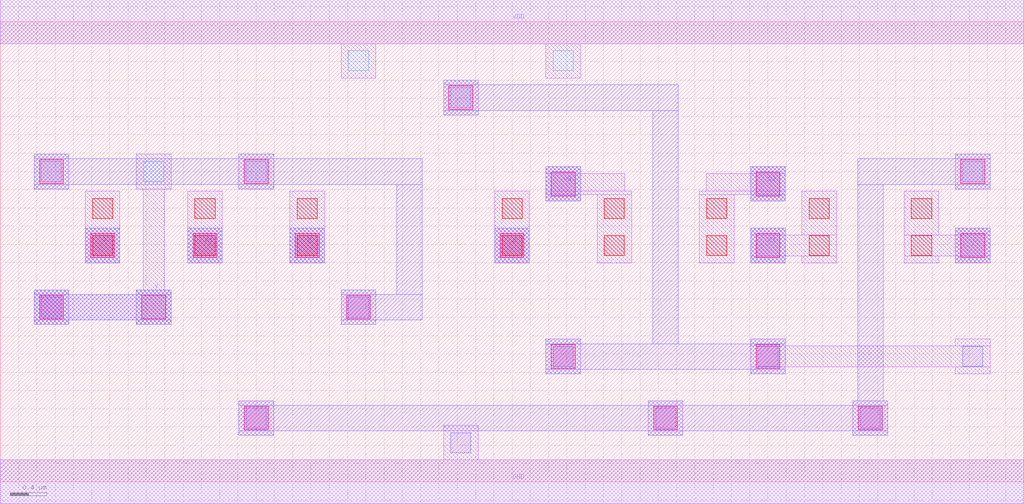
<source format=lef>
MACRO AOOAI2141
 CLASS CORE ;
 FOREIGN AOOAI2141 0 0 ;
 SIZE 11.200000000000001 BY 5.04 ;
 ORIGIN 0 0 ;
 SYMMETRY X Y R90 ;
 SITE unit ;
  PIN VDD
   DIRECTION INOUT ;
   USE POWER ;
   SHAPE ABUTMENT ;
    PORT
     CLASS CORE ;
       LAYER met1 ;
        RECT 0.00000000 4.80000000 11.20000000 5.28000000 ;
    END
  END VDD

  PIN GND
   DIRECTION INOUT ;
   USE POWER ;
   SHAPE ABUTMENT ;
    PORT
     CLASS CORE ;
       LAYER met1 ;
        RECT 0.00000000 -0.24000000 11.20000000 0.24000000 ;
    END
  END GND

  PIN Y
   DIRECTION INOUT ;
   USE SIGNAL ;
   SHAPE ABUTMENT ;
    PORT
     CLASS CORE ;
       LAYER met2 ;
        RECT 0.37000000 1.72200000 0.75000000 1.77200000 ;
        RECT 1.49000000 1.72200000 1.87000000 1.77200000 ;
        RECT 0.37000000 1.77200000 1.87000000 2.05200000 ;
        RECT 0.37000000 2.05200000 0.75000000 2.10200000 ;
        RECT 1.49000000 2.05200000 1.87000000 2.10200000 ;
    END
  END Y

  PIN A
   DIRECTION INOUT ;
   USE SIGNAL ;
   SHAPE ABUTMENT ;
    PORT
     CLASS CORE ;
       LAYER met2 ;
        RECT 0.93000000 2.39700000 1.31000000 2.77700000 ;
    END
  END A

  PIN C2
   DIRECTION INOUT ;
   USE SIGNAL ;
   SHAPE ABUTMENT ;
    PORT
     CLASS CORE ;
       LAYER met2 ;
        RECT 8.21000000 3.07200000 8.59000000 3.45200000 ;
    END
  END C2

  PIN B
   DIRECTION INOUT ;
   USE SIGNAL ;
   SHAPE ABUTMENT ;
    PORT
     CLASS CORE ;
       LAYER met2 ;
        RECT 3.17000000 2.39700000 3.55000000 2.77700000 ;
    END
  END B

  PIN C
   DIRECTION INOUT ;
   USE SIGNAL ;
   SHAPE ABUTMENT ;
    PORT
     CLASS CORE ;
       LAYER met2 ;
        RECT 10.45000000 2.39700000 10.83000000 2.77700000 ;
    END
  END C

  PIN D
   DIRECTION INOUT ;
   USE SIGNAL ;
   SHAPE ABUTMENT ;
    PORT
     CLASS CORE ;
       LAYER met2 ;
        RECT 5.41000000 2.39700000 5.79000000 2.77700000 ;
    END
  END D

  PIN C1
   DIRECTION INOUT ;
   USE SIGNAL ;
   SHAPE ABUTMENT ;
    PORT
     CLASS CORE ;
       LAYER met2 ;
        RECT 8.21000000 2.39700000 8.59000000 2.77700000 ;
    END
  END C1

  PIN C3
   DIRECTION INOUT ;
   USE SIGNAL ;
   SHAPE ABUTMENT ;
    PORT
     CLASS CORE ;
       LAYER met2 ;
        RECT 5.97000000 3.07200000 6.35000000 3.45200000 ;
    END
  END C3

  PIN A1
   DIRECTION INOUT ;
   USE SIGNAL ;
   SHAPE ABUTMENT ;
    PORT
     CLASS CORE ;
       LAYER met2 ;
        RECT 2.05000000 2.39700000 2.43000000 2.77700000 ;
    END
  END A1

 OBS
    LAYER polycont ;
     RECT 1.01000000 2.47700000 1.23000000 2.69700000 ;
     RECT 2.13000000 2.47700000 2.35000000 2.69700000 ;
     RECT 3.25000000 2.47700000 3.47000000 2.69700000 ;
     RECT 5.49000000 2.47700000 5.71000000 2.69700000 ;
     RECT 6.61000000 2.47700000 6.83000000 2.69700000 ;
     RECT 7.73000000 2.47700000 7.95000000 2.69700000 ;
     RECT 8.85000000 2.47700000 9.07000000 2.69700000 ;
     RECT 9.97000000 2.47700000 10.19000000 2.69700000 ;
     RECT 1.01000000 2.88200000 1.23000000 3.10200000 ;
     RECT 2.13000000 2.88200000 2.35000000 3.10200000 ;
     RECT 3.25000000 2.88200000 3.47000000 3.10200000 ;
     RECT 5.49000000 2.88200000 5.71000000 3.10200000 ;
     RECT 6.61000000 2.88200000 6.83000000 3.10200000 ;
     RECT 7.73000000 2.88200000 7.95000000 3.10200000 ;
     RECT 8.85000000 2.88200000 9.07000000 3.10200000 ;
     RECT 9.97000000 2.88200000 10.19000000 3.10200000 ;

    LAYER pdiffc ;
     RECT 0.45000000 3.28700000 0.67000000 3.50700000 ;
     RECT 1.57000000 3.28700000 1.79000000 3.50700000 ;
     RECT 2.69000000 3.28700000 2.91000000 3.50700000 ;
     RECT 10.53000000 3.28700000 10.75000000 3.50700000 ;
     RECT 4.93000000 4.09700000 5.15000000 4.31700000 ;
     RECT 3.81000000 4.50200000 4.03000000 4.72200000 ;
     RECT 6.05000000 4.50200000 6.27000000 4.72200000 ;

    LAYER ndiffc ;
     RECT 4.93000000 0.31700000 5.15000000 0.53700000 ;
     RECT 2.69000000 0.58700000 2.91000000 0.80700000 ;
     RECT 7.17000000 0.58700000 7.39000000 0.80700000 ;
     RECT 9.41000000 0.58700000 9.63000000 0.80700000 ;
     RECT 6.05000000 1.26200000 6.27000000 1.48200000 ;
     RECT 8.29000000 1.26200000 8.51000000 1.48200000 ;
     RECT 10.53000000 1.26200000 10.75000000 1.48200000 ;
     RECT 0.45000000 1.80200000 0.67000000 2.02200000 ;
     RECT 3.81000000 1.80200000 4.03000000 2.02200000 ;

    LAYER met1 ;
     RECT 0.00000000 -0.24000000 11.20000000 0.24000000 ;
     RECT 4.85000000 0.24000000 5.23000000 0.61700000 ;
     RECT 2.61000000 0.50700000 2.99000000 0.88700000 ;
     RECT 7.09000000 0.50700000 7.47000000 0.88700000 ;
     RECT 9.33000000 0.50700000 9.71000000 0.88700000 ;
     RECT 5.97000000 1.18200000 6.35000000 1.56200000 ;
     RECT 8.21000000 1.18200000 8.59000000 1.25700000 ;
     RECT 10.45000000 1.18200000 10.83000000 1.25700000 ;
     RECT 8.21000000 1.25700000 10.83000000 1.48700000 ;
     RECT 8.21000000 1.48700000 8.59000000 1.56200000 ;
     RECT 10.45000000 1.48700000 10.83000000 1.56200000 ;
     RECT 0.37000000 1.72200000 0.75000000 2.10200000 ;
     RECT 3.73000000 1.72200000 4.11000000 2.10200000 ;
     RECT 0.93000000 2.39700000 1.31000000 3.18200000 ;
     RECT 2.05000000 2.39700000 2.43000000 3.18200000 ;
     RECT 3.17000000 2.39700000 3.55000000 3.18200000 ;
     RECT 5.41000000 2.39700000 5.79000000 3.18200000 ;
     RECT 8.21000000 2.39700000 8.59000000 2.47200000 ;
     RECT 8.77000000 2.39700000 9.15000000 2.47200000 ;
     RECT 8.21000000 2.47200000 9.15000000 2.70200000 ;
     RECT 8.21000000 2.70200000 8.59000000 2.77700000 ;
     RECT 8.77000000 2.70200000 9.15000000 3.18200000 ;
     RECT 9.89000000 2.39700000 10.27000000 2.47200000 ;
     RECT 10.45000000 2.39700000 10.83000000 2.47200000 ;
     RECT 9.89000000 2.47200000 10.83000000 2.70200000 ;
     RECT 10.45000000 2.70200000 10.83000000 2.77700000 ;
     RECT 9.89000000 2.70200000 10.27000000 3.18200000 ;
     RECT 5.97000000 3.07200000 6.35000000 3.14700000 ;
     RECT 6.53000000 2.39700000 6.91000000 3.14700000 ;
     RECT 5.97000000 3.14700000 6.91000000 3.18200000 ;
     RECT 5.97000000 3.18200000 6.83500000 3.37700000 ;
     RECT 5.97000000 3.37700000 6.35000000 3.45200000 ;
     RECT 7.65000000 2.39700000 8.03000000 3.14700000 ;
     RECT 8.21000000 3.07200000 8.59000000 3.14700000 ;
     RECT 7.65000000 3.14700000 8.59000000 3.18200000 ;
     RECT 7.72500000 3.18200000 8.59000000 3.37700000 ;
     RECT 8.21000000 3.37700000 8.59000000 3.45200000 ;
     RECT 0.37000000 3.20700000 0.75000000 3.58700000 ;
     RECT 1.49000000 1.72200000 1.87000000 2.10200000 ;
     RECT 1.56500000 2.10200000 1.79500000 3.20700000 ;
     RECT 1.49000000 3.20700000 1.87000000 3.58700000 ;
     RECT 2.61000000 3.20700000 2.99000000 3.58700000 ;
     RECT 10.45000000 3.20700000 10.83000000 3.58700000 ;
     RECT 4.85000000 4.01700000 5.23000000 4.39700000 ;
     RECT 3.73000000 4.42200000 4.11000000 4.80000000 ;
     RECT 5.97000000 4.42200000 6.35000000 4.80000000 ;
     RECT 0.00000000 4.80000000 11.20000000 5.28000000 ;

    LAYER via1 ;
     RECT 2.67000000 0.56700000 2.93000000 0.82700000 ;
     RECT 7.15000000 0.56700000 7.41000000 0.82700000 ;
     RECT 9.39000000 0.56700000 9.65000000 0.82700000 ;
     RECT 6.03000000 1.24200000 6.29000000 1.50200000 ;
     RECT 8.27000000 1.24200000 8.53000000 1.50200000 ;
     RECT 0.43000000 1.78200000 0.69000000 2.04200000 ;
     RECT 1.55000000 1.78200000 1.81000000 2.04200000 ;
     RECT 3.79000000 1.78200000 4.05000000 2.04200000 ;
     RECT 0.99000000 2.45700000 1.25000000 2.71700000 ;
     RECT 2.11000000 2.45700000 2.37000000 2.71700000 ;
     RECT 3.23000000 2.45700000 3.49000000 2.71700000 ;
     RECT 5.47000000 2.45700000 5.73000000 2.71700000 ;
     RECT 8.27000000 2.45700000 8.53000000 2.71700000 ;
     RECT 10.51000000 2.45700000 10.77000000 2.71700000 ;
     RECT 6.03000000 3.13200000 6.29000000 3.39200000 ;
     RECT 8.27000000 3.13200000 8.53000000 3.39200000 ;
     RECT 0.43000000 3.26700000 0.69000000 3.52700000 ;
     RECT 2.67000000 3.26700000 2.93000000 3.52700000 ;
     RECT 10.51000000 3.26700000 10.77000000 3.52700000 ;
     RECT 4.91000000 4.07700000 5.17000000 4.33700000 ;

    LAYER met2 ;
     RECT 0.37000000 1.72200000 0.75000000 1.77200000 ;
     RECT 1.49000000 1.72200000 1.87000000 1.77200000 ;
     RECT 0.37000000 1.77200000 1.87000000 2.05200000 ;
     RECT 0.37000000 2.05200000 0.75000000 2.10200000 ;
     RECT 1.49000000 2.05200000 1.87000000 2.10200000 ;
     RECT 0.93000000 2.39700000 1.31000000 2.77700000 ;
     RECT 2.05000000 2.39700000 2.43000000 2.77700000 ;
     RECT 3.17000000 2.39700000 3.55000000 2.77700000 ;
     RECT 5.41000000 2.39700000 5.79000000 2.77700000 ;
     RECT 8.21000000 2.39700000 8.59000000 2.77700000 ;
     RECT 10.45000000 2.39700000 10.83000000 2.77700000 ;
     RECT 5.97000000 3.07200000 6.35000000 3.45200000 ;
     RECT 8.21000000 3.07200000 8.59000000 3.45200000 ;
     RECT 3.73000000 1.72200000 4.11000000 1.77200000 ;
     RECT 3.73000000 1.77200000 4.62000000 2.05200000 ;
     RECT 3.73000000 2.05200000 4.11000000 2.10200000 ;
     RECT 0.37000000 3.20700000 0.75000000 3.25700000 ;
     RECT 2.61000000 3.20700000 2.99000000 3.25700000 ;
     RECT 4.34000000 2.05200000 4.62000000 3.25700000 ;
     RECT 0.37000000 3.25700000 4.62000000 3.53700000 ;
     RECT 0.37000000 3.53700000 0.75000000 3.58700000 ;
     RECT 2.61000000 3.53700000 2.99000000 3.58700000 ;
     RECT 2.61000000 0.50700000 2.99000000 0.55700000 ;
     RECT 7.09000000 0.50700000 7.47000000 0.55700000 ;
     RECT 9.33000000 0.50700000 9.71000000 0.55700000 ;
     RECT 2.61000000 0.55700000 9.71000000 0.83700000 ;
     RECT 2.61000000 0.83700000 2.99000000 0.88700000 ;
     RECT 7.09000000 0.83700000 7.47000000 0.88700000 ;
     RECT 9.33000000 0.83700000 9.71000000 0.88700000 ;
     RECT 9.38000000 0.88700000 9.66000000 3.25700000 ;
     RECT 10.45000000 3.20700000 10.83000000 3.25700000 ;
     RECT 9.38000000 3.25700000 10.83000000 3.53700000 ;
     RECT 10.45000000 3.53700000 10.83000000 3.58700000 ;
     RECT 5.97000000 1.18200000 6.35000000 1.23200000 ;
     RECT 8.21000000 1.18200000 8.59000000 1.23200000 ;
     RECT 5.97000000 1.23200000 8.59000000 1.51200000 ;
     RECT 5.97000000 1.51200000 6.35000000 1.56200000 ;
     RECT 8.21000000 1.51200000 8.59000000 1.56200000 ;
     RECT 4.85000000 4.01700000 5.23000000 4.06700000 ;
     RECT 7.14000000 1.51200000 7.42000000 4.06700000 ;
     RECT 4.85000000 4.06700000 7.42000000 4.34700000 ;
     RECT 4.85000000 4.34700000 5.23000000 4.39700000 ;

 END
END AOOAI2141

</source>
